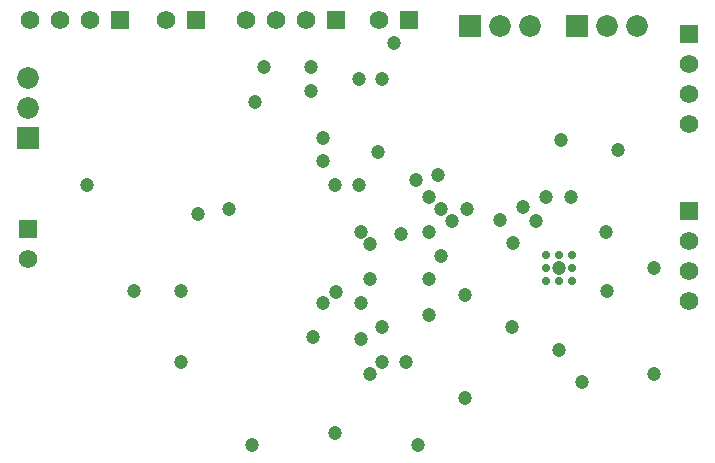
<source format=gbs>
G04*
G04 #@! TF.GenerationSoftware,Altium Limited,Altium Designer,23.5.1 (21)*
G04*
G04 Layer_Color=16711935*
%FSLAX44Y44*%
%MOMM*%
G71*
G04*
G04 #@! TF.SameCoordinates,638B95CD-29A4-4EC3-B0C2-DC090694CFED*
G04*
G04*
G04 #@! TF.FilePolarity,Negative*
G04*
G01*
G75*
%ADD48R,1.8400X1.8400*%
%ADD49C,1.8400*%
%ADD50R,1.5700X1.5700*%
%ADD51C,1.5700*%
%ADD52R,1.8400X1.8400*%
%ADD53R,1.5700X1.5700*%
%ADD54C,1.2032*%
%ADD55C,0.7032*%
D48*
X20000Y280000D02*
D03*
D49*
Y305400D02*
D03*
Y330800D02*
D03*
X510000Y374300D02*
D03*
X535400D02*
D03*
X420000D02*
D03*
X445400D02*
D03*
D50*
X580000Y368100D02*
D03*
X20000Y202700D02*
D03*
X580000Y218100D02*
D03*
D51*
X580000Y342700D02*
D03*
Y317300D02*
D03*
Y291900D02*
D03*
X317300Y380000D02*
D03*
X255400D02*
D03*
X230000D02*
D03*
X204600D02*
D03*
X137300D02*
D03*
X72700D02*
D03*
X47300D02*
D03*
X21900D02*
D03*
X20000Y177300D02*
D03*
X580000Y141900D02*
D03*
Y167300D02*
D03*
Y192700D02*
D03*
D52*
X484600Y374300D02*
D03*
X394600D02*
D03*
D53*
X342700Y380000D02*
D03*
X280800D02*
D03*
X162700D02*
D03*
X98100D02*
D03*
D54*
X110000Y150000D02*
D03*
X390000Y60000D02*
D03*
X450157Y209843D02*
D03*
X438843Y221157D02*
D03*
X430813Y190500D02*
D03*
X420000Y210000D02*
D03*
X302000Y200000D02*
D03*
X336000Y198433D02*
D03*
X360000Y200000D02*
D03*
X459000Y230000D02*
D03*
X471594Y278407D02*
D03*
X310000Y160000D02*
D03*
X280657Y149343D02*
D03*
X270000Y140000D02*
D03*
X302000D02*
D03*
Y110000D02*
D03*
X320000Y90000D02*
D03*
X340000D02*
D03*
X390000Y146500D02*
D03*
X261282Y111282D02*
D03*
X310000Y80000D02*
D03*
X350000Y20000D02*
D03*
X509780Y200220D02*
D03*
X510000Y150000D02*
D03*
X470000Y100000D02*
D03*
X260000Y340000D02*
D03*
X220000D02*
D03*
X212600Y310000D02*
D03*
X164414Y215200D02*
D03*
X316585Y268000D02*
D03*
X300000Y330000D02*
D03*
X330000Y360000D02*
D03*
X348410Y244011D02*
D03*
X366867Y248181D02*
D03*
X391989Y219575D02*
D03*
X360000Y230000D02*
D03*
X369468Y219468D02*
D03*
X379468Y209468D02*
D03*
X150000Y150000D02*
D03*
X310000Y190000D02*
D03*
X360000Y160000D02*
D03*
X430000Y120000D02*
D03*
X210000Y20000D02*
D03*
X360000Y130000D02*
D03*
X370000Y180000D02*
D03*
X470000Y170000D02*
D03*
X480000Y230000D02*
D03*
X489000Y73250D02*
D03*
X550000Y80000D02*
D03*
X520000Y270000D02*
D03*
X550000Y170000D02*
D03*
X280000Y30000D02*
D03*
X260000Y320000D02*
D03*
X319743Y329743D02*
D03*
X190000Y220000D02*
D03*
X270000Y260000D02*
D03*
X320000Y120000D02*
D03*
X150000Y90000D02*
D03*
X70000Y240000D02*
D03*
X270000Y280000D02*
D03*
X300000Y240000D02*
D03*
X280000D02*
D03*
D55*
X459000Y159000D02*
D03*
Y170000D02*
D03*
Y181000D02*
D03*
X470000Y159000D02*
D03*
Y170000D02*
D03*
Y181000D02*
D03*
X481000Y159000D02*
D03*
Y170000D02*
D03*
Y181000D02*
D03*
M02*

</source>
